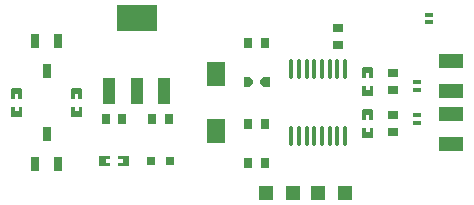
<source format=gtp>
G04 Layer: TopPasteMaskLayer*
G04 EasyEDA v6.5.50, 2025-07-01 14:26:41*
G04 10da637b71844612bdca41047c5aba70,f23c0848bd594b818c0f9a27fb038be7,10*
G04 Gerber Generator version 0.2*
G04 Scale: 100 percent, Rotated: No, Reflected: No *
G04 Dimensions in millimeters *
G04 leading zeros omitted , absolute positions ,4 integer and 5 decimal *
%FSLAX45Y45*%
%MOMM*%

%AMMACRO1*21,1,$1,$2,0,0,$3*%
%ADD10R,1.2700X1.2700*%
%ADD11R,0.8000X0.8000*%
%ADD12R,0.8000X0.9000*%
%ADD13R,0.9000X0.8000*%
%ADD14R,0.7000X0.4000*%
%ADD15R,0.7000X1.2500*%
%ADD16R,2.0000X1.2000*%
%ADD17O,0.3430016X1.7314926000000002*%
%ADD18R,3.5000X2.2000*%
%ADD19R,1.1000X2.2000*%
%ADD20MACRO1,1.566X2.1075X0.0000*%
%ADD21C,0.0137*%

%LPD*%
G36*
X2389022Y8439708D02*
G01*
X2383993Y8434679D01*
X2383993Y8411921D01*
X2420975Y8411921D01*
X2420975Y8378901D01*
X2383993Y8378901D01*
X2383993Y8354720D01*
X2389022Y8349691D01*
X2468981Y8349691D01*
X2474010Y8354720D01*
X2474010Y8434679D01*
X2468981Y8439708D01*
G37*
G36*
X2230018Y8439708D02*
G01*
X2224989Y8434679D01*
X2224989Y8354720D01*
X2230018Y8349691D01*
X2309977Y8349691D01*
X2315006Y8354720D01*
X2315006Y8377478D01*
X2278024Y8377478D01*
X2278024Y8410498D01*
X2315006Y8410498D01*
X2315006Y8434679D01*
X2309977Y8439708D01*
G37*
G36*
X3608578Y9110522D02*
G01*
X3581146Y9081160D01*
X3581146Y9053525D01*
X3608578Y9024112D01*
X3658920Y9024112D01*
X3665321Y9030512D01*
X3665321Y9104122D01*
X3658920Y9110522D01*
G37*
G36*
X3451860Y9109405D02*
G01*
X3445459Y9103004D01*
X3445459Y9029395D01*
X3451860Y9022994D01*
X3502202Y9022994D01*
X3529584Y9052356D01*
X3529584Y9080042D01*
X3502202Y9109405D01*
G37*
G36*
X1484020Y8855506D02*
G01*
X1478991Y8850477D01*
X1478991Y8770518D01*
X1484020Y8765489D01*
X1563979Y8765489D01*
X1569008Y8770518D01*
X1569008Y8850477D01*
X1563979Y8855506D01*
X1541221Y8855506D01*
X1541221Y8818473D01*
X1508201Y8818473D01*
X1508201Y8855506D01*
G37*
G36*
X1484020Y9014510D02*
G01*
X1478991Y9009481D01*
X1478991Y8929522D01*
X1484020Y8924493D01*
X1506778Y8924493D01*
X1506778Y8961526D01*
X1539798Y8961526D01*
X1539798Y8924493D01*
X1563979Y8924493D01*
X1569008Y8929522D01*
X1569008Y9009481D01*
X1563979Y9014510D01*
G37*
G36*
X4455820Y9192310D02*
G01*
X4450791Y9187281D01*
X4450791Y9107322D01*
X4455820Y9102293D01*
X4478578Y9102293D01*
X4478578Y9139326D01*
X4511598Y9139326D01*
X4511598Y9102293D01*
X4535779Y9102293D01*
X4540808Y9107322D01*
X4540808Y9187281D01*
X4535779Y9192310D01*
G37*
G36*
X4455820Y9033306D02*
G01*
X4450791Y9028277D01*
X4450791Y8948318D01*
X4455820Y8943289D01*
X4535779Y8943289D01*
X4540808Y8948318D01*
X4540808Y9028277D01*
X4535779Y9033306D01*
X4513021Y9033306D01*
X4513021Y8996273D01*
X4480001Y8996273D01*
X4480001Y9033306D01*
G37*
G36*
X4455820Y8677706D02*
G01*
X4450791Y8672677D01*
X4450791Y8592718D01*
X4455820Y8587689D01*
X4535779Y8587689D01*
X4540808Y8592718D01*
X4540808Y8672677D01*
X4535779Y8677706D01*
X4513021Y8677706D01*
X4513021Y8640673D01*
X4480001Y8640673D01*
X4480001Y8677706D01*
G37*
G36*
X4455820Y8836710D02*
G01*
X4450791Y8831681D01*
X4450791Y8751722D01*
X4455820Y8746693D01*
X4478578Y8746693D01*
X4478578Y8783726D01*
X4511598Y8783726D01*
X4511598Y8746693D01*
X4535779Y8746693D01*
X4540808Y8751722D01*
X4540808Y8831681D01*
X4535779Y8836710D01*
G37*
G36*
X1992020Y9014510D02*
G01*
X1986991Y9009481D01*
X1986991Y8929522D01*
X1992020Y8924493D01*
X2014778Y8924493D01*
X2014778Y8961526D01*
X2047798Y8961526D01*
X2047798Y8924493D01*
X2071979Y8924493D01*
X2077008Y8929522D01*
X2077008Y9009481D01*
X2071979Y9014510D01*
G37*
G36*
X1992020Y8855506D02*
G01*
X1986991Y8850477D01*
X1986991Y8770518D01*
X1992020Y8765489D01*
X2071979Y8765489D01*
X2077008Y8770518D01*
X2077008Y8850477D01*
X2071979Y8855506D01*
X2049221Y8855506D01*
X2049221Y8818473D01*
X2016201Y8818473D01*
X2016201Y8855506D01*
G37*
D10*
G01*
X4305300Y8128000D03*
G01*
X3632200Y8128000D03*
G01*
X4076700Y8128000D03*
G01*
X3860800Y8128000D03*
D11*
G01*
X2823133Y8394700D03*
G01*
X2663240Y8394700D03*
D12*
G01*
X3485997Y9398000D03*
G01*
X3626002Y9398000D03*
G01*
X3626002Y8712200D03*
G01*
X3485997Y8712200D03*
D13*
G01*
X4711700Y9137802D03*
G01*
X4711700Y8997797D03*
D14*
G01*
X5016500Y9633686D03*
G01*
X5016500Y9568687D03*
G01*
X4914900Y8717813D03*
G01*
X4914900Y8782812D03*
G01*
X4914900Y9062186D03*
G01*
X4914900Y8997187D03*
D15*
G01*
X1778000Y8621268D03*
G01*
X1872995Y8371331D03*
G01*
X1683004Y8371331D03*
G01*
X1778000Y9158731D03*
G01*
X1683004Y9408668D03*
G01*
X1872995Y9408668D03*
D16*
G01*
X5204002Y8539962D03*
G01*
X5204002Y8789974D03*
G01*
X5204002Y8989974D03*
G01*
X5204002Y9239986D03*
D17*
G01*
X4304207Y9176562D03*
G01*
X4239209Y9176562D03*
G01*
X4174210Y9176562D03*
G01*
X4109211Y9176562D03*
G01*
X4044213Y9176562D03*
G01*
X3979189Y9176562D03*
G01*
X3914190Y9176562D03*
G01*
X3849192Y9176562D03*
G01*
X4304207Y8603411D03*
G01*
X4239209Y8603411D03*
G01*
X4174210Y8603411D03*
G01*
X4109211Y8603411D03*
G01*
X4044213Y8603411D03*
G01*
X3979189Y8603411D03*
G01*
X3914190Y8603411D03*
G01*
X3849192Y8603411D03*
D18*
G01*
X2540000Y9606279D03*
D19*
G01*
X2769997Y8986520D03*
G01*
X2540000Y8986520D03*
G01*
X2310002Y8986520D03*
D12*
G01*
X3626002Y8382000D03*
G01*
X3485997Y8382000D03*
G01*
X2673197Y8750300D03*
G01*
X2813202Y8750300D03*
G01*
X2279497Y8750300D03*
G01*
X2419502Y8750300D03*
D13*
G01*
X4711700Y8642197D03*
G01*
X4711700Y8782202D03*
D20*
G01*
X3213100Y8651374D03*
G01*
X3213100Y9128625D03*
D13*
G01*
X4241800Y9378797D03*
G01*
X4241800Y9518802D03*
M02*

</source>
